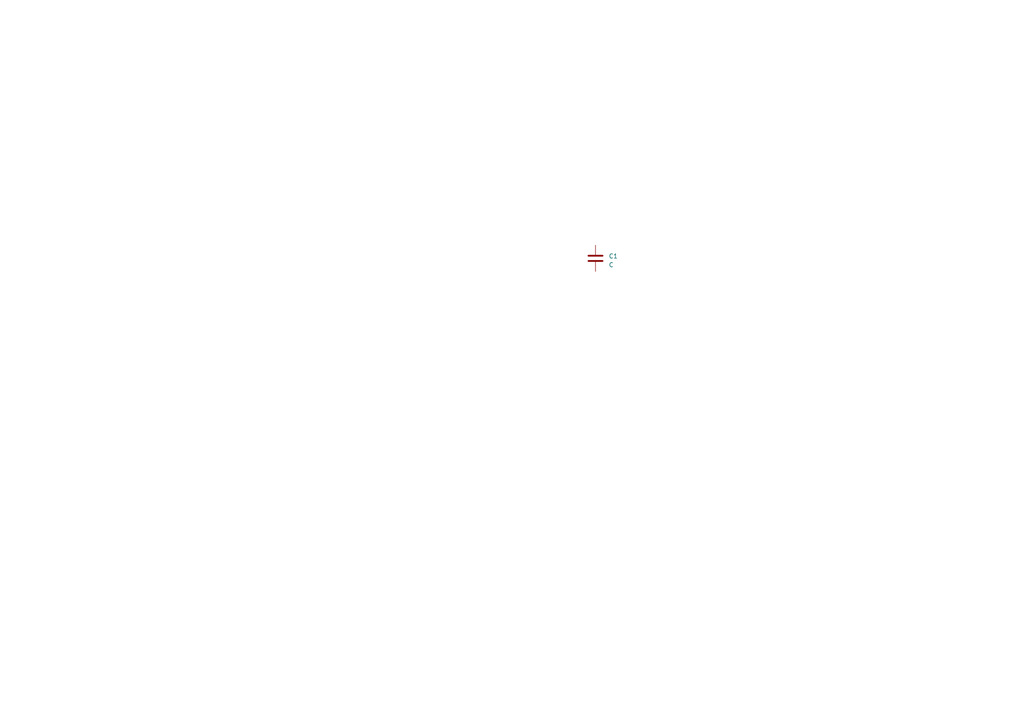
<source format=kicad_sch>
(kicad_sch (version 20230121) (generator eeschema)
  (paper "A4")
  (lib_symbols
    (symbol "Device:C" (pin_numbers hide) (pin_names (offset 0.254))
      (property "Reference" "C" (at 0.635 2.54 0))
      (property "Value" "C" (at 0.635 -2.54 0))
      (symbol "C_0_1"
        (polyline (pts (xy -2.032 -0.762) (xy 2.032 -0.762)) (stroke (width 0.508)))
        (polyline (pts (xy -2.032 0.762) (xy 2.032 0.762)) (stroke (width 0.508)))
      )
      (symbol "C_1_1"
        (pin passive line (at 0 3.81 270) (length 2.794) (name "~") (number "1"))
        (pin passive line (at 0 -3.81 90) (length 2.794) (name "~") (number "2"))
      )
    )
  )
  (symbol (lib_id "Device:C") (at 172.72 74.93 0) (unit 1)
    (property "Reference" "C1" (at 176.53 74.295 0) (effects (justify left)))
    (property "Value" "C" (at 176.53 76.835 0) (effects (justify left)))
  )
)
</source>
